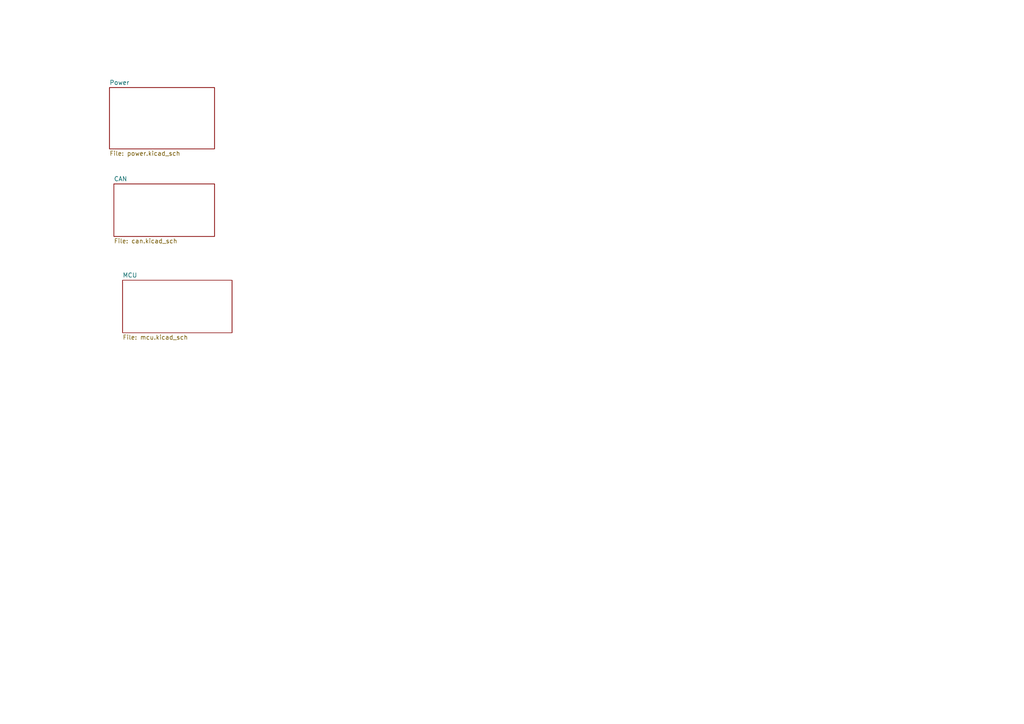
<source format=kicad_sch>
(kicad_sch
	(version 20250114)
	(generator "eeschema")
	(generator_version "9.0")
	(uuid "e43102a4-dd6f-4d32-bd6d-4c06b17a0389")
	(paper "A4")
	(lib_symbols)
	(sheet
		(at 35.56 81.28)
		(size 31.75 15.24)
		(exclude_from_sim no)
		(in_bom yes)
		(on_board yes)
		(dnp no)
		(fields_autoplaced yes)
		(stroke
			(width 0.1524)
			(type solid)
		)
		(fill
			(color 0 0 0 0.0000)
		)
		(uuid "0b0d8537-85d8-48c3-8ee8-bfcf50b44470")
		(property "Sheetname" "MCU"
			(at 35.56 80.5684 0)
			(effects
				(font
					(size 1.27 1.27)
				)
				(justify left bottom)
			)
		)
		(property "Sheetfile" "mcu.kicad_sch"
			(at 35.56 97.1046 0)
			(effects
				(font
					(size 1.27 1.27)
				)
				(justify left top)
			)
		)
		(instances
			(project "trailer-bt-gateway"
				(path "/e43102a4-dd6f-4d32-bd6d-4c06b17a0389"
					(page "4")
				)
			)
		)
	)
	(sheet
		(at 33.02 53.34)
		(size 29.21 15.24)
		(exclude_from_sim no)
		(in_bom yes)
		(on_board yes)
		(dnp no)
		(fields_autoplaced yes)
		(stroke
			(width 0.1524)
			(type solid)
		)
		(fill
			(color 0 0 0 0.0000)
		)
		(uuid "378d6d6e-d650-4477-83a4-df54e9436f51")
		(property "Sheetname" "CAN"
			(at 33.02 52.6284 0)
			(effects
				(font
					(size 1.27 1.27)
				)
				(justify left bottom)
			)
		)
		(property "Sheetfile" "can.kicad_sch"
			(at 33.02 69.1646 0)
			(effects
				(font
					(size 1.27 1.27)
				)
				(justify left top)
			)
		)
		(instances
			(project "trailer-bt-gateway"
				(path "/e43102a4-dd6f-4d32-bd6d-4c06b17a0389"
					(page "3")
				)
			)
		)
	)
	(sheet
		(at 31.75 25.4)
		(size 30.48 17.78)
		(exclude_from_sim no)
		(in_bom yes)
		(on_board yes)
		(dnp no)
		(fields_autoplaced yes)
		(stroke
			(width 0.1524)
			(type solid)
		)
		(fill
			(color 0 0 0 0.0000)
		)
		(uuid "5e03bf2b-dca2-46ef-acb8-5634dd421c83")
		(property "Sheetname" "Power"
			(at 31.75 24.6884 0)
			(effects
				(font
					(size 1.27 1.27)
				)
				(justify left bottom)
			)
		)
		(property "Sheetfile" "power.kicad_sch"
			(at 31.75 43.7646 0)
			(effects
				(font
					(size 1.27 1.27)
				)
				(justify left top)
			)
		)
		(instances
			(project "trailer-bt-gateway"
				(path "/e43102a4-dd6f-4d32-bd6d-4c06b17a0389"
					(page "2")
				)
			)
		)
	)
	(sheet_instances
		(path "/"
			(page "1")
		)
	)
	(embedded_fonts no)
)

</source>
